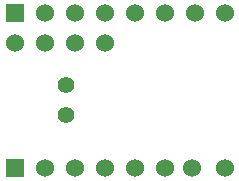
<source format=gbs>
G04 (created by PCBNEW (2013-07-07 BZR 4022)-stable) date 15/01/2015 16:28:21*
%MOIN*%
G04 Gerber Fmt 3.4, Leading zero omitted, Abs format*
%FSLAX34Y34*%
G01*
G70*
G90*
G04 APERTURE LIST*
%ADD10C,0.00590551*%
%ADD11R,0.06X0.06*%
%ADD12C,0.06*%
%ADD13C,0.055*%
G04 APERTURE END LIST*
G54D10*
G54D11*
X71850Y-46550D03*
G54D12*
X72850Y-46550D03*
X73850Y-46550D03*
X74850Y-46550D03*
X75850Y-46550D03*
X76850Y-46550D03*
X77750Y-46550D03*
X78850Y-46550D03*
G54D13*
X73550Y-43800D03*
X73550Y-44800D03*
G54D11*
X71850Y-41400D03*
G54D12*
X77850Y-41400D03*
X72850Y-41400D03*
X78850Y-41400D03*
X73850Y-41400D03*
X74850Y-41400D03*
X75850Y-41400D03*
X76850Y-41400D03*
X74850Y-42400D03*
X73850Y-42400D03*
X72850Y-42400D03*
X71850Y-42400D03*
M02*

</source>
